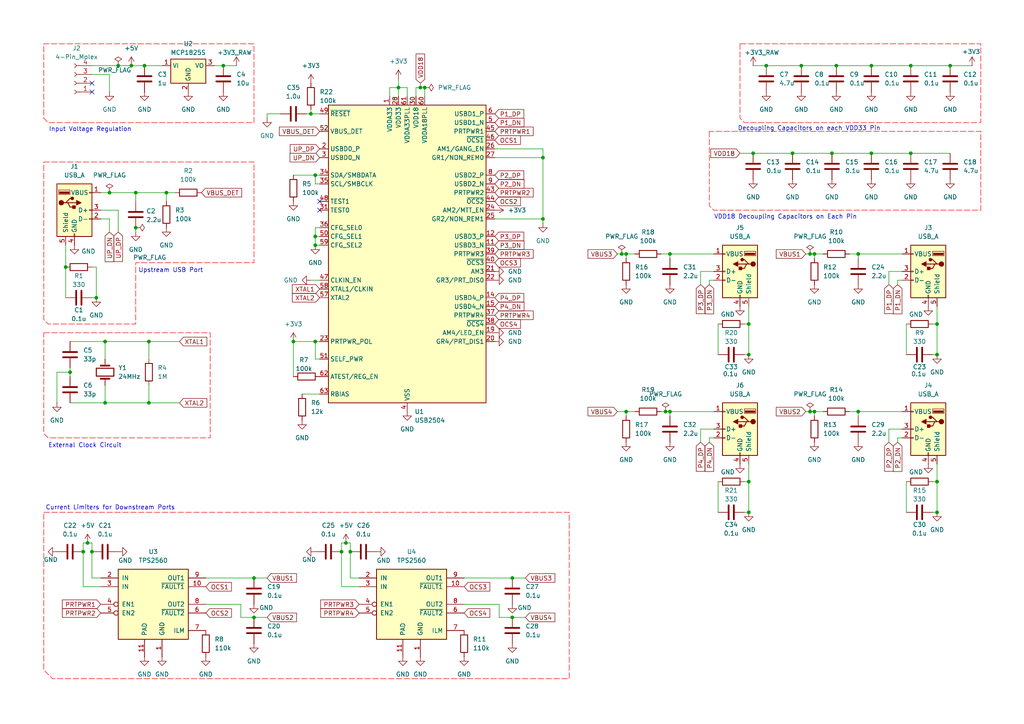
<source format=kicad_sch>
(kicad_sch (version 20250114) (generator "eeschema") (generator_version "9.0")
  (paper "A4")
  (text "Input Voltage Regulation" (at 26.162 37.592 0) (effects (font (size 1.27 1.27))))
  (text "Decoupling Capacitors on each VDD33 Pin" (at 234.696 37.338 0) (effects (font (size 1.27 1.27))))
  (text "Upstream USB Port" (at 49.53 78.486 0) (effects (font (size 1.27 1.27))))
  (text "External Clock Circuit\n" (at 24.638 129.286 0) (effects (font (size 1.27 1.27))))
  (text "Current Limiters for Downstream Ports\n" (at 32.004 147.32 0) (effects (font (size 1.27 1.27))))
  (text "VDD18 Decoupling Capacitors on Each Pin\n" (at 227.838 62.992 0) (effects (font (size 1.27 1.27))))
  (junction (at 194.31 119.38))
  (junction (at 123.19 25.4))
  (junction (at 148.59 179.07))
  (junction (at 252.73 19.05))
  (junction (at 180.34 73.66))
  (junction (at 41.91 19.05))
  (junction (at 242.57 19.05))
  (junction (at 90.17 33.02))
  (junction (at 248.92 73.66))
  (junction (at 39.37 55.88))
  (junction (at 236.22 73.66))
  (junction (at 100.33 157.48))
  (junction (at 91.44 68.58))
  (junction (at 26.67 160.02))
  (junction (at 271.78 102.87))
  (junction (at 34.29 19.05))
  (junction (at 30.48 99.06))
  (junction (at 19.05 77.47))
  (junction (at 31.75 55.88))
  (junction (at 194.31 73.66))
  (junction (at 252.73 44.45))
  (junction (at 222.25 19.05))
  (junction (at 73.66 167.64))
  (junction (at 157.48 45.72))
  (junction (at 38.1 19.05))
  (junction (at 64.77 19.05))
  (junction (at 39.37 66.04))
  (junction (at 181.61 73.66))
  (junction (at 217.17 139.7))
  (junction (at 264.16 19.05))
  (junction (at 20.32 107.95))
  (junction (at 91.44 71.12))
  (junction (at 232.41 19.05))
  (junction (at 229.87 44.45))
  (junction (at 30.48 116.84))
  (junction (at 271.78 93.98))
  (junction (at 91.44 99.06))
  (junction (at 236.22 119.38))
  (junction (at 234.95 73.66))
  (junction (at 91.44 50.8))
  (junction (at 48.26 55.88))
  (junction (at 25.4 157.48))
  (junction (at 24.13 160.02))
  (junction (at 73.66 179.07))
  (junction (at 43.18 116.84))
  (junction (at 101.6 160.02))
  (junction (at 181.61 119.38))
  (junction (at 157.48 63.5))
  (junction (at 121.92 25.4))
  (junction (at 217.17 102.87))
  (junction (at 234.95 119.38))
  (junction (at 275.59 19.05))
  (junction (at 27.94 86.36))
  (junction (at 115.57 25.4))
  (junction (at 264.16 44.45))
  (junction (at 43.18 99.06))
  (junction (at 218.44 44.45))
  (junction (at 248.92 119.38))
  (junction (at 99.06 160.02))
  (junction (at 85.09 99.06))
  (junction (at 271.78 139.7))
  (junction (at 148.59 167.64))
  (junction (at 217.17 148.59))
  (junction (at 217.17 93.98))
  (junction (at 271.78 148.59))
  (junction (at 241.3 44.45))
  (junction (at 193.04 119.38))
  (no_connect (at 92.71 60.96))
  (no_connect (at 26.67 24.13))
  (no_connect (at 26.67 26.67))
  (no_connect (at 92.71 58.42))
  (wire (pts (xy 113.03 27.94) (xy 113.03 25.4)))
  (wire (pts (xy 25.4 157.48) (xy 26.67 157.48)))
  (wire (pts (xy 191.77 73.66) (xy 194.31 73.66)))
  (wire (pts (xy 181.61 73.66) (xy 181.61 74.93)))
  (wire (pts (xy 30.48 111.76) (xy 30.48 116.84)))
  (wire (pts (xy 91.44 68.58) (xy 91.44 71.12)))
  (wire (pts (xy 43.18 99.06) (xy 52.07 99.06)))
  (wire (pts (xy 181.61 73.66) (xy 184.15 73.66)))
  (wire (pts (xy 77.47 33.02) (xy 77.47 34.29)))
  (wire (pts (xy 34.29 19.05) (xy 38.1 19.05)))
  (wire (pts (xy 120.65 25.4) (xy 121.92 25.4)))
  (wire (pts (xy 16.51 107.95) (xy 16.51 116.84)))
  (wire (pts (xy 217.17 88.9) (xy 217.17 93.98)))
  (wire (pts (xy 41.91 19.05) (xy 46.99 19.05)))
  (wire (pts (xy 34.29 60.96) (xy 34.29 67.31)))
  (wire (pts (xy 260.35 81.28) (xy 260.35 82.55)))
  (wire (pts (xy 215.9 102.87) (xy 217.17 102.87)))
  (wire (pts (xy 264.16 19.05) (xy 275.59 19.05)))
  (wire (pts (xy 271.78 88.9) (xy 271.78 93.98)))
  (wire (pts (xy 88.9 33.02) (xy 90.17 33.02)))
  (wire (pts (xy 262.89 139.7) (xy 262.89 148.59)))
  (wire (pts (xy 24.13 160.02) (xy 24.13 170.18)))
  (wire (pts (xy 264.16 44.45) (xy 275.59 44.45)))
  (wire (pts (xy 194.31 119.38) (xy 207.01 119.38)))
  (wire (pts (xy 20.32 107.95) (xy 20.32 109.22)))
  (wire (pts (xy 31.75 63.5) (xy 29.21 63.5)))
  (wire (pts (xy 261.62 81.28) (xy 260.35 81.28)))
  (wire (pts (xy 118.11 25.4) (xy 118.11 27.94)))
  (wire (pts (xy 25.4 157.48) (xy 24.13 157.48)))
  (wire (pts (xy 271.78 134.62) (xy 271.78 139.7)))
  (wire (pts (xy 252.73 19.05) (xy 264.16 19.05)))
  (wire (pts (xy 275.59 19.05) (xy 281.94 19.05)))
  (wire (pts (xy 193.04 119.38) (xy 194.31 119.38)))
  (wire (pts (xy 248.92 119.38) (xy 261.62 119.38)))
  (wire (pts (xy 90.17 81.28) (xy 92.71 81.28)))
  (wire (pts (xy 207.01 78.74) (xy 203.2 78.74)))
  (wire (pts (xy 181.61 119.38) (xy 184.15 119.38)))
  (wire (pts (xy 261.62 127) (xy 260.35 127)))
  (wire (pts (xy 92.71 53.34) (xy 91.44 53.34)))
  (wire (pts (xy 43.18 99.06) (xy 43.18 104.14)))
  (wire (pts (xy 27.94 77.47) (xy 27.94 86.36)))
  (wire (pts (xy 91.44 50.8) (xy 91.44 53.34)))
  (wire (pts (xy 157.48 63.5) (xy 157.48 64.77)))
  (wire (pts (xy 99.06 160.02) (xy 99.06 170.18)))
  (wire (pts (xy 270.51 102.87) (xy 271.78 102.87)))
  (wire (pts (xy 19.05 71.12) (xy 19.05 77.47)))
  (wire (pts (xy 29.21 60.96) (xy 34.29 60.96)))
  (wire (pts (xy 252.73 44.45) (xy 264.16 44.45)))
  (wire (pts (xy 148.59 179.07) (xy 144.78 179.07)))
  (wire (pts (xy 91.44 99.06) (xy 91.44 104.14)))
  (wire (pts (xy 48.26 55.88) (xy 50.8 55.88)))
  (wire (pts (xy 179.07 73.66) (xy 180.34 73.66)))
  (wire (pts (xy 26.67 19.05) (xy 34.29 19.05)))
  (wire (pts (xy 123.19 25.4) (xy 123.19 27.94)))
  (wire (pts (xy 20.32 107.95) (xy 16.51 107.95)))
  (wire (pts (xy 121.92 25.4) (xy 123.19 25.4)))
  (wire (pts (xy 194.31 73.66) (xy 194.31 74.93)))
  (wire (pts (xy 179.07 119.38) (xy 181.61 119.38)))
  (wire (pts (xy 87.63 114.3) (xy 92.71 114.3)))
  (wire (pts (xy 26.67 77.47) (xy 27.94 77.47)))
  (wire (pts (xy 181.61 119.38) (xy 181.61 120.65)))
  (wire (pts (xy 64.77 19.05) (xy 68.58 19.05)))
  (wire (pts (xy 248.92 73.66) (xy 248.92 74.93)))
  (wire (pts (xy 233.68 73.66) (xy 234.95 73.66)))
  (wire (pts (xy 91.44 71.12) (xy 92.71 71.12)))
  (wire (pts (xy 39.37 58.42) (xy 39.37 55.88)))
  (wire (pts (xy 38.1 19.05) (xy 41.91 19.05)))
  (wire (pts (xy 24.13 157.48) (xy 24.13 160.02)))
  (wire (pts (xy 24.13 170.18) (xy 29.21 170.18)))
  (wire (pts (xy 232.41 19.05) (xy 242.57 19.05)))
  (wire (pts (xy 20.32 116.84) (xy 30.48 116.84)))
  (wire (pts (xy 31.75 21.59) (xy 26.67 21.59)))
  (wire (pts (xy 43.18 111.76) (xy 43.18 116.84)))
  (wire (pts (xy 62.23 19.05) (xy 64.77 19.05)))
  (wire (pts (xy 91.44 68.58) (xy 92.71 68.58)))
  (wire (pts (xy 59.69 175.26) (xy 69.85 175.26)))
  (wire (pts (xy 69.85 179.07) (xy 69.85 175.26)))
  (wire (pts (xy 31.75 63.5) (xy 31.75 67.31)))
  (wire (pts (xy 208.28 139.7) (xy 208.28 148.59)))
  (wire (pts (xy 148.59 167.64) (xy 152.4 167.64)))
  (wire (pts (xy 257.81 78.74) (xy 257.81 82.55)))
  (wire (pts (xy 260.35 127) (xy 260.35 128.27)))
  (wire (pts (xy 157.48 45.72) (xy 157.48 63.5)))
  (wire (pts (xy 101.6 157.48) (xy 101.6 160.02)))
  (wire (pts (xy 208.28 93.98) (xy 208.28 102.87)))
  (wire (pts (xy 218.44 44.45) (xy 229.87 44.45)))
  (wire (pts (xy 29.21 55.88) (xy 31.75 55.88)))
  (wire (pts (xy 143.51 43.18) (xy 157.48 43.18)))
  (wire (pts (xy 39.37 55.88) (xy 48.26 55.88)))
  (wire (pts (xy 134.62 167.64) (xy 148.59 167.64)))
  (wire (pts (xy 143.51 63.5) (xy 157.48 63.5)))
  (wire (pts (xy 20.32 99.06) (xy 30.48 99.06)))
  (wire (pts (xy 30.48 99.06) (xy 30.48 104.14)))
  (wire (pts (xy 100.33 157.48) (xy 99.06 157.48)))
  (wire (pts (xy 31.75 26.67) (xy 31.75 21.59)))
  (wire (pts (xy 248.92 73.66) (xy 261.62 73.66)))
  (wire (pts (xy 91.44 66.04) (xy 91.44 68.58)))
  (wire (pts (xy 26.67 160.02) (xy 26.67 167.64)))
  (wire (pts (xy 43.18 116.84) (xy 52.07 116.84)))
  (wire (pts (xy 215.9 148.59) (xy 217.17 148.59)))
  (wire (pts (xy 19.05 77.47) (xy 19.05 86.36)))
  (wire (pts (xy 92.71 104.14) (xy 91.44 104.14)))
  (wire (pts (xy 218.44 19.05) (xy 222.25 19.05)))
  (wire (pts (xy 100.33 157.48) (xy 101.6 157.48)))
  (wire (pts (xy 262.89 93.98) (xy 262.89 102.87)))
  (wire (pts (xy 104.14 167.64) (xy 101.6 167.64)))
  (wire (pts (xy 48.26 58.42) (xy 48.26 55.88)))
  (wire (pts (xy 101.6 160.02) (xy 101.6 167.64)))
  (wire (pts (xy 143.51 45.72) (xy 157.48 45.72)))
  (wire (pts (xy 85.09 99.06) (xy 91.44 99.06)))
  (wire (pts (xy 20.32 106.68) (xy 20.32 107.95)))
  (wire (pts (xy 144.78 179.07) (xy 144.78 175.26)))
  (wire (pts (xy 270.51 148.59) (xy 271.78 148.59)))
  (wire (pts (xy 91.44 50.8) (xy 92.71 50.8)))
  (wire (pts (xy 234.95 119.38) (xy 236.22 119.38)))
  (wire (pts (xy 134.62 175.26) (xy 144.78 175.26)))
  (wire (pts (xy 271.78 139.7) (xy 271.78 148.59)))
  (wire (pts (xy 236.22 73.66) (xy 238.76 73.66)))
  (wire (pts (xy 205.74 127) (xy 205.74 128.27)))
  (wire (pts (xy 229.87 44.45) (xy 241.3 44.45)))
  (wire (pts (xy 113.03 25.4) (xy 115.57 25.4)))
  (wire (pts (xy 73.66 179.07) (xy 69.85 179.07)))
  (wire (pts (xy 257.81 124.46) (xy 257.81 128.27)))
  (wire (pts (xy 115.57 22.86) (xy 115.57 25.4)))
  (wire (pts (xy 241.3 44.45) (xy 252.73 44.45)))
  (wire (pts (xy 31.75 55.88) (xy 39.37 55.88)))
  (wire (pts (xy 115.57 25.4) (xy 115.57 27.94)))
  (wire (pts (xy 30.48 99.06) (xy 43.18 99.06)))
  (wire (pts (xy 85.09 99.06) (xy 85.09 109.22)))
  (wire (pts (xy 203.2 124.46) (xy 203.2 128.27)))
  (wire (pts (xy 214.63 44.45) (xy 218.44 44.45)))
  (wire (pts (xy 215.9 93.98) (xy 217.17 93.98)))
  (wire (pts (xy 99.06 170.18) (xy 104.14 170.18)))
  (wire (pts (xy 39.37 67.31) (xy 39.37 66.04)))
  (wire (pts (xy 215.9 139.7) (xy 217.17 139.7)))
  (wire (pts (xy 59.69 167.64) (xy 73.66 167.64)))
  (wire (pts (xy 207.01 127) (xy 205.74 127)))
  (wire (pts (xy 26.67 86.36) (xy 27.94 86.36)))
  (wire (pts (xy 222.25 19.05) (xy 232.41 19.05)))
  (wire (pts (xy 90.17 31.75) (xy 90.17 33.02)))
  (wire (pts (xy 217.17 134.62) (xy 217.17 139.7)))
  (wire (pts (xy 236.22 119.38) (xy 236.22 120.65)))
  (wire (pts (xy 217.17 139.7) (xy 217.17 148.59)))
  (wire (pts (xy 26.67 157.48) (xy 26.67 160.02)))
  (wire (pts (xy 261.62 78.74) (xy 257.81 78.74)))
  (wire (pts (xy 121.92 24.13) (xy 121.92 25.4)))
  (wire (pts (xy 85.09 50.8) (xy 91.44 50.8)))
  (wire (pts (xy 207.01 81.28) (xy 205.74 81.28)))
  (wire (pts (xy 205.74 81.28) (xy 205.74 82.55)))
  (wire (pts (xy 233.68 119.38) (xy 234.95 119.38)))
  (wire (pts (xy 207.01 124.46) (xy 203.2 124.46)))
  (wire (pts (xy 236.22 119.38) (xy 238.76 119.38)))
  (wire (pts (xy 246.38 73.66) (xy 248.92 73.66)))
  (wire (pts (xy 73.66 179.07) (xy 77.47 179.07)))
  (wire (pts (xy 236.22 73.66) (xy 236.22 74.93)))
  (wire (pts (xy 99.06 157.48) (xy 99.06 160.02)))
  (wire (pts (xy 246.38 119.38) (xy 248.92 119.38)))
  (wire (pts (xy 270.51 139.7) (xy 271.78 139.7)))
  (wire (pts (xy 242.57 19.05) (xy 252.73 19.05)))
  (wire (pts (xy 157.48 43.18) (xy 157.48 45.72)))
  (wire (pts (xy 217.17 93.98) (xy 217.17 102.87)))
  (wire (pts (xy 30.48 116.84) (xy 43.18 116.84)))
  (wire (pts (xy 194.31 119.38) (xy 194.31 120.65)))
  (wire (pts (xy 120.65 27.94) (xy 120.65 25.4)))
  (wire (pts (xy 234.95 73.66) (xy 236.22 73.66)))
  (wire (pts (xy 148.59 179.07) (xy 152.4 179.07)))
  (wire (pts (xy 91.44 99.06) (xy 92.71 99.06)))
  (wire (pts (xy 29.21 167.64) (xy 26.67 167.64)))
  (wire (pts (xy 81.28 33.02) (xy 77.47 33.02)))
  (wire (pts (xy 270.51 93.98) (xy 271.78 93.98)))
  (wire (pts (xy 271.78 93.98) (xy 271.78 102.87)))
  (wire (pts (xy 180.34 73.66) (xy 181.61 73.66)))
  (wire (pts (xy 203.2 78.74) (xy 203.2 82.55)))
  (wire (pts (xy 248.92 119.38) (xy 248.92 120.65)))
  (wire (pts (xy 194.31 73.66) (xy 207.01 73.66)))
  (wire (pts (xy 92.71 66.04) (xy 91.44 66.04)))
  (wire (pts (xy 191.77 119.38) (xy 193.04 119.38)))
  (wire (pts (xy 73.66 167.64) (xy 77.47 167.64)))
  (wire (pts (xy 90.17 33.02) (xy 92.71 33.02)))
  (wire (pts (xy 115.57 25.4) (xy 118.11 25.4)))
  (wire (pts (xy 261.62 124.46) (xy 257.81 124.46)))
  (global_label "VBUS3" (shape input) (at 179.07 73.66 180) (property "Intersheetrefs" "${INTERSHEET_REFS}" (effects (hide yes))))
  (global_label "P4_DP" (shape input) (at 203.2 128.27 270) (property "Intersheetrefs" "${INTERSHEET_REFS}" (effects (hide yes))))
  (global_label "VBUS_DET" (shape input) (at 58.42 55.88 0) (property "Intersheetrefs" "${INTERSHEET_REFS}" (effects (hide yes))))
  (global_label "PRTPWR4" (shape input) (at 104.14 177.8 180) (property "Intersheetrefs" "${INTERSHEET_REFS}" (effects (hide yes))))
  (global_label "PRTPWR2" (shape input) (at 29.21 177.8 180) (property "Intersheetrefs" "${INTERSHEET_REFS}" (effects (hide yes))))
  (global_label "P4_DN" (shape input) (at 205.74 128.27 270) (property "Intersheetrefs" "${INTERSHEET_REFS}" (effects (hide yes))))
  (global_label "P3_DP" (shape input) (at 203.2 82.55 270) (property "Intersheetrefs" "${INTERSHEET_REFS}" (effects (hide yes))))
  (global_label "OCS3" (shape input) (at 134.62 170.18 0) (property "Intersheetrefs" "${INTERSHEET_REFS}" (effects (hide yes))))
  (global_label "VDD18" (shape input) (at 214.63 44.45 180) (property "Intersheetrefs" "${INTERSHEET_REFS}" (effects (hide yes))))
  (global_label "VBUS4" (shape input) (at 152.4 179.07 0) (property "Intersheetrefs" "${INTERSHEET_REFS}" (effects (hide yes))))
  (global_label "XTAL1" (shape input) (at 92.71 83.82 180) (property "Intersheetrefs" "${INTERSHEET_REFS}" (effects (hide yes))))
  (global_label "VBUS_DET" (shape input) (at 92.71 38.1 180) (property "Intersheetrefs" "${INTERSHEET_REFS}" (effects (hide yes))))
  (global_label "P2_DN" (shape input) (at 143.51 53.34 0) (property "Intersheetrefs" "${INTERSHEET_REFS}" (effects (hide yes))))
  (global_label "VBUS2" (shape input) (at 233.68 119.38 180) (property "Intersheetrefs" "${INTERSHEET_REFS}" (effects (hide yes))))
  (global_label "P2_DP" (shape input) (at 257.81 128.27 270) (property "Intersheetrefs" "${INTERSHEET_REFS}" (effects (hide yes))))
  (global_label "VBUS1" (shape input) (at 233.68 73.66 180) (property "Intersheetrefs" "${INTERSHEET_REFS}" (effects (hide yes))))
  (global_label "UP_DP" (shape input) (at 92.71 43.18 180) (property "Intersheetrefs" "${INTERSHEET_REFS}" (effects (hide yes))))
  (global_label "XTAL2" (shape input) (at 92.71 86.36 180) (property "Intersheetrefs" "${INTERSHEET_REFS}" (effects (hide yes))))
  (global_label "P1_DP" (shape input) (at 143.51 33.02 0) (property "Intersheetrefs" "${INTERSHEET_REFS}" (effects (hide yes))))
  (global_label "OCS2" (shape input) (at 59.69 177.8 0) (property "Intersheetrefs" "${INTERSHEET_REFS}" (effects (hide yes))))
  (global_label "OCS2" (shape input) (at 143.51 58.42 0) (property "Intersheetrefs" "${INTERSHEET_REFS}" (effects (hide yes))))
  (global_label "OCS1" (shape input) (at 143.51 40.64 0) (property "Intersheetrefs" "${INTERSHEET_REFS}" (effects (hide yes))))
  (global_label "UP_DP" (shape input) (at 34.29 67.31 270) (property "Intersheetrefs" "${INTERSHEET_REFS}" (effects (hide yes))))
  (global_label "PRTPWR4" (shape input) (at 143.51 91.44 0) (property "Intersheetrefs" "${INTERSHEET_REFS}" (effects (hide yes))))
  (global_label "VBUS1" (shape input) (at 77.47 167.64 0) (property "Intersheetrefs" "${INTERSHEET_REFS}" (effects (hide yes))))
  (global_label "OCS1" (shape input) (at 59.69 170.18 0) (property "Intersheetrefs" "${INTERSHEET_REFS}" (effects (hide yes))))
  (global_label "VBUS3" (shape input) (at 152.4 167.64 0) (property "Intersheetrefs" "${INTERSHEET_REFS}" (effects (hide yes))))
  (global_label "UP_DN" (shape input) (at 31.75 67.31 270) (property "Intersheetrefs" "${INTERSHEET_REFS}" (effects (hide yes))))
  (global_label "PRTPWR2" (shape input) (at 143.51 55.88 0) (property "Intersheetrefs" "${INTERSHEET_REFS}" (effects (hide yes))))
  (global_label "P3_DP" (shape input) (at 143.51 68.58 0) (property "Intersheetrefs" "${INTERSHEET_REFS}" (effects (hide yes))))
  (global_label "P4_DN" (shape input) (at 143.51 88.9 0) (property "Intersheetrefs" "${INTERSHEET_REFS}" (effects (hide yes))))
  (global_label "P1_DN" (shape input) (at 260.35 82.55 270) (property "Intersheetrefs" "${INTERSHEET_REFS}" (effects (hide yes))))
  (global_label "PRTPWR3" (shape input) (at 104.14 175.26 180) (property "Intersheetrefs" "${INTERSHEET_REFS}" (effects (hide yes))))
  (global_label "PRTPWR1" (shape input) (at 143.51 38.1 0) (property "Intersheetrefs" "${INTERSHEET_REFS}" (effects (hide yes))))
  (global_label "UP_DN" (shape input) (at 92.71 45.72 180) (property "Intersheetrefs" "${INTERSHEET_REFS}" (effects (hide yes))))
  (global_label "PRTPWR3" (shape input) (at 143.51 73.66 0) (property "Intersheetrefs" "${INTERSHEET_REFS}" (effects (hide yes))))
  (global_label "PRTPWR1" (shape input) (at 29.21 175.26 180) (property "Intersheetrefs" "${INTERSHEET_REFS}" (effects (hide yes))))
  (global_label "P1_DP" (shape input) (at 257.81 82.55 270) (property "Intersheetrefs" "${INTERSHEET_REFS}" (effects (hide yes))))
  (global_label "P4_DP" (shape input) (at 143.51 86.36 0) (property "Intersheetrefs" "${INTERSHEET_REFS}" (effects (hide yes))))
  (global_label "P3_DN" (shape input) (at 143.51 71.12 0) (property "Intersheetrefs" "${INTERSHEET_REFS}" (effects (hide yes))))
  (global_label "OCS3" (shape input) (at 143.51 76.2 0) (property "Intersheetrefs" "${INTERSHEET_REFS}" (effects (hide yes))))
  (global_label "P3_DN" (shape input) (at 205.74 82.55 270) (property "Intersheetrefs" "${INTERSHEET_REFS}" (effects (hide yes))))
  (global_label "P2_DP" (shape input) (at 143.51 50.8 0) (property "Intersheetrefs" "${INTERSHEET_REFS}" (effects (hide yes))))
  (global_label "P2_DN" (shape input) (at 260.35 128.27 270) (property "Intersheetrefs" "${INTERSHEET_REFS}" (effects (hide yes))))
  (global_label "OCS4" (shape input) (at 143.51 93.98 0) (property "Intersheetrefs" "${INTERSHEET_REFS}" (effects (hide yes))))
  (global_label "XTAL1" (shape input) (at 52.07 99.06 0) (property "Intersheetrefs" "${INTERSHEET_REFS}" (effects (hide yes))))
  (global_label "OCS4" (shape input) (at 134.62 177.8 0) (property "Intersheetrefs" "${INTERSHEET_REFS}" (effects (hide yes))))
  (global_label "VDD18" (shape input) (at 121.92 24.13 90) (property "Intersheetrefs" "${INTERSHEET_REFS}" (effects (hide yes))))
  (global_label "VBUS2" (shape input) (at 77.47 179.07 0) (property "Intersheetrefs" "${INTERSHEET_REFS}" (effects (hide yes))))
  (global_label "VBUS4" (shape input) (at 179.07 119.38 180) (property "Intersheetrefs" "${INTERSHEET_REFS}" (effects (hide yes))))
  (global_label "P1_DN" (shape input) (at 143.51 35.56 0) (property "Intersheetrefs" "${INTERSHEET_REFS}" (effects (hide yes))))
  (global_label "XTAL2" (shape input) (at 52.07 116.84 0) (property "Intersheetrefs" "${INTERSHEET_REFS}" (effects (hide yes))))
  (rule_area (polyline (pts (xy 12.7 46.99) (xy 73.66 46.99) (xy 73.66 76.2) (xy 39.37 76.2) (xy 39.37 93.98) (xy 13.97 93.98) (xy 12.7 92.71)) (stroke (width 0) (type dash))))
  (rule_area (polyline (pts (xy 12.7 148.59) (xy 165.1 148.59) (xy 165.1 196.85) (xy 15.24 196.85) (xy 12.7 194.31)) (stroke (width 0) (type dash))))
  (rule_area (polyline (pts (xy 12.7 96.52) (xy 60.96 96.52) (xy 60.96 127) (xy 13.97 127) (xy 12.7 125.73)) (stroke (width 0) (type dash))))
  (rule_area (polyline (pts (xy 214.63 12.7) (xy 214.63 34.29) (xy 215.9 35.56) (xy 284.48 35.56) (xy 284.48 12.7)) (stroke (width 0) (type dash))))
  (rule_area (polyline (pts (xy 205.74 38.1) (xy 205.74 59.69) (xy 207.01 60.96) (xy 284.48 60.96) (xy 284.48 38.1)) (stroke (width 0) (type dash))))
  (rule_area (polyline (pts (xy 73.66 12.7) (xy 12.7 12.7) (xy 12.7 34.29) (xy 13.97 35.56) (xy 73.66 35.56)) (stroke (width 0) (type dash))))
  (symbol (lib_id "Device:C") (at 248.92 124.46 0) (unit 1)
    (property "Reference" "C29" (at 252.73 123.1899 0) (effects (justify left)))
    (property "Value" "2.2u" (at 252.73 125.7299 0) (effects (justify left)))
    (property "Footprint" "Resistor_SMD:R_0805_2012Metric_Pad1.20x1.40mm_HandSolder" (effects (hide yes)))
    (property "Description" "Unpolarized capacitor" (effects (hide yes)))
  )
  (symbol (lib_id "Device:C") (at 20.32 102.87 0) (unit 1)
    (property "Reference" "C5" (at 24.13 101.5999 0) (effects (justify left)))
    (property "Value" "33p" (at 24.13 104.1399 0) (effects (justify left)))
    (property "Footprint" "Resistor_SMD:R_0805_2012Metric_Pad1.20x1.40mm_HandSolder" (effects (hide yes)))
    (property "Description" "Unpolarized capacitor" (effects (hide yes)))
  )
  (symbol (lib_id "power:GND") (at 269.24 134.62 0) (unit 1)
    (property "Reference" "#PWR055" (effects (hide yes)))
    (property "Value" "GND" (at 265.684 136.906 0))
    (property "Description" "Power symbol creates a global label with name \"GND\" , ground" (effects (hide yes)))
  )
  (symbol (lib_id "power:GND") (at 143.51 78.74 90) (unit 1)
    (property "Reference" "#PWR069" (effects (hide yes)))
    (property "Value" "GND" (at 147.32 78.7399 90) (effects (justify right)))
    (property "Description" "Power symbol creates a global label with name \"GND\" , ground" (effects (hide yes)))
  )
  (symbol (lib_id "power:GND") (at 91.44 160.02 270) (unit 1)
    (property "Reference" "#PWR045" (effects (hide yes)))
    (property "Value" "GND" (at 91.694 162.306 90) (effects (justify right)))
    (property "Description" "Power symbol creates a global label with name \"GND\" , ground" (effects (hide yes)))
  )
  (symbol (lib_id "power:GND") (at 275.59 26.67 0) (unit 1)
    (property "Reference" "#PWR023" (effects (hide yes)))
    (property "Value" "GND" (at 275.59 31.75 0))
    (property "Description" "Power symbol creates a global label with name \"GND\" , ground" (effects (hide yes)))
  )
  (symbol (lib_id "Device:C") (at 194.31 78.74 0) (unit 1)
    (property "Reference" "C31" (at 198.12 77.4699 0) (effects (justify left)))
    (property "Value" "2.2u" (at 198.12 80.0099 0) (effects (justify left)))
    (property "Footprint" "Resistor_SMD:R_0805_2012Metric_Pad1.20x1.40mm_HandSolder" (effects (hide yes)))
    (property "Description" "Unpolarized capacitor" (effects (hide yes)))
  )
  (symbol (lib_id "power:GND") (at 73.66 186.69 0) (unit 1)
    (property "Reference" "#PWR034" (effects (hide yes)))
    (property "Value" "GND" (at 73.66 191.77 0))
    (property "Description" "Power symbol creates a global label with name \"GND\" , ground" (effects (hide yes)))
  )
  (symbol (lib_id "power:GND") (at 46.99 190.5 0) (unit 1)
    (property "Reference" "#PWR035" (effects (hide yes)))
    (property "Value" "GND" (at 46.99 195.58 0))
    (property "Description" "Power symbol creates a global label with name \"GND\" , ground" (effects (hide yes)))
  )
  (symbol (lib_id "power:+5V") (at 100.33 157.48 0) (unit 1)
    (property "Reference" "#PWR046" (effects (hide yes)))
    (property "Value" "+5V" (at 100.33 152.4 0))
    (property "Description" "Power symbol creates a global label with name \"+5V\"" (effects (hide yes)))
  )
  (symbol (lib_id "Device:R") (at 236.22 78.74 180) (unit 1)
    (property "Reference" "R12" (at 238.76 77.4699 0) (effects (justify right)))
    (property "Value" "100k" (at 238.76 80.0099 0) (effects (justify right)))
    (property "Footprint" "Resistor_SMD:R_0805_2012Metric_Pad1.20x1.40mm_HandSolder" (effects (hide yes)))
    (property "Description" "Resistor" (effects (hide yes)))
  )
  (symbol (lib_id "Device:C") (at 20.32 160.02 90) (unit 1)
    (property "Reference" "C22" (at 20.32 152.4 90))
    (property "Value" "0.1u" (at 20.32 154.94 90))
    (property "Footprint" "Resistor_SMD:R_0805_2012Metric_Pad1.20x1.40mm_HandSolder" (effects (hide yes)))
    (property "Description" "Unpolarized capacitor" (effects (hide yes)))
  )
  (symbol (lib_id "power:GND") (at 252.73 26.67 0) (unit 1)
    (property "Reference" "#PWR019" (effects (hide yes)))
    (property "Value" "GND" (at 252.73 31.75 0))
    (property "Description" "Power symbol creates a global label with name \"GND\" , ground" (effects (hide yes)))
  )
  (symbol (lib_id "power:GND") (at 85.09 58.42 0) (unit 1)
    (property "Reference" "#PWR014" (effects (hide yes)))
    (property "Value" "GND" (at 85.09 63.5 0))
    (property "Description" "Power symbol creates a global label with name \"GND\" , ground" (effects (hide yes)))
  )
  (symbol (lib_id "Device:C") (at 105.41 160.02 90) (unit 1)
    (property "Reference" "C26" (at 105.41 152.4 90))
    (property "Value" "0.1u" (at 105.41 154.94 90))
    (property "Footprint" "Resistor_SMD:R_0805_2012Metric_Pad1.20x1.40mm_HandSolder" (effects (hide yes)))
    (property "Description" "Unpolarized capacitor" (effects (hide yes)))
  )
  (symbol (lib_id "Device:R") (at 181.61 78.74 180) (unit 1)
    (property "Reference" "R16" (at 184.15 77.4699 0) (effects (justify right)))
    (property "Value" "100k" (at 184.15 80.0099 0) (effects (justify right)))
    (property "Footprint" "Resistor_SMD:R_0805_2012Metric_Pad1.20x1.40mm_HandSolder" (effects (hide yes)))
    (property "Description" "Resistor" (effects (hide yes)))
  )
  (symbol (lib_id "power:GND") (at 275.59 52.07 0) (unit 1)
    (property "Reference" "#PWR031" (effects (hide yes)))
    (property "Value" "GND" (at 275.59 57.15 0))
    (property "Description" "Power symbol creates a global label with name \"GND\" , ground" (effects (hide yes)))
  )
  (symbol (lib_id "Interface_USB:TPS2560") (at 119.38 175.26 0) (unit 1)
    (property "Reference" "U4" (at 119.38 160.02 0))
    (property "Value" "TPS2560" (at 119.38 162.56 0))
    (property "Footprint" "Package_SON:VSON-10-1EP_3x3mm_P0.5mm_EP1.65x2.4mm_ThermalVias" (effects (hide yes)))
    (property "Datasheet" "http://www.ti.com/lit/ds/symlink/tps2560.pdf" (effects (hide yes)))
    (property "Description" "Dual channel precision adjustable current-limited power switches" (effects (hide yes)))
  )
  (symbol (lib_id "Device:C") (at 212.09 148.59 90) (unit 1)
    (property "Reference" "C34" (at 212.09 152.146 90))
    (property "Value" "0.1u" (at 212.09 154.686 90))
    (property "Footprint" "Resistor_SMD:R_0805_2012Metric_Pad1.20x1.40mm_HandSolder" (effects (hide yes)))
    (property "Description" "Unpolarized capacitor" (effects (hide yes)))
  )
  (symbol (lib_id "power:GND") (at 218.44 52.07 0) (unit 1)
    (property "Reference" "#PWR025" (effects (hide yes)))
    (property "Value" "GND" (at 218.44 57.15 0))
    (property "Description" "Power symbol creates a global label with name \"GND\" , ground" (effects (hide yes)))
  )
  (symbol (lib_id "Device:R") (at 242.57 73.66 90) (unit 1)
    (property "Reference" "R10" (at 242.57 67.31 90))
    (property "Value" "100k" (at 242.57 69.85 90))
    (property "Footprint" "Resistor_SMD:R_0805_2012Metric_Pad1.20x1.40mm_HandSolder" (effects (hide yes)))
    (property "Description" "Resistor" (effects (hide yes)))
  )
  (symbol (lib_id "Device:R") (at 87.63 118.11 0) (unit 1)
    (property "Reference" "R6" (at 90.17 116.8399 0) (effects (justify left)))
    (property "Value" "12k" (at 90.17 119.3799 0) (effects (justify left)))
    (property "Footprint" "Resistor_SMD:R_0805_2012Metric_Pad1.20x1.40mm_HandSolder" (effects (hide yes)))
    (property "Description" "Resistor" (effects (hide yes)))
  )
  (symbol (lib_id "power:GND") (at 134.62 190.5 0) (unit 1)
    (property "Reference" "#PWR050" (effects (hide yes)))
    (property "Value" "GND" (at 134.62 195.58 0))
    (property "Description" "Power symbol creates a global label with name \"GND\" , ground" (effects (hide yes)))
  )
  (symbol (lib_id "Device:R") (at 181.61 124.46 180) (unit 1)
    (property "Reference" "R17" (at 184.15 123.1899 0) (effects (justify right)))
    (property "Value" "100k" (at 184.15 125.7299 0) (effects (justify right)))
    (property "Footprint" "Resistor_SMD:R_0805_2012Metric_Pad1.20x1.40mm_HandSolder" (effects (hide yes)))
    (property "Description" "Resistor" (effects (hide yes)))
  )
  (symbol (lib_id "Device:R") (at 54.61 55.88 90) (unit 1)
    (property "Reference" "R2" (at 54.61 49.53 90))
    (property "Value" "100k" (at 54.61 52.07 90))
    (property "Footprint" "Resistor_SMD:R_0805_2012Metric_Pad1.20x1.40mm_HandSolder" (effects (hide yes)))
    (property "Description" "Resistor" (effects (hide yes)))
  )
  (symbol (lib_id "Device:R") (at 22.86 77.47 90) (unit 1)
    (property "Reference" "R1" (at 22.86 80.01 90))
    (property "Value" "330" (at 22.86 82.55 90))
    (property "Footprint" "Resistor_SMD:R_0805_2012Metric_Pad1.20x1.40mm_HandSolder" (effects (hide yes)))
    (property "Description" "Resistor" (effects (hide yes)))
  )
  (symbol (lib_id "Connector:USB_A") (at 269.24 124.46 0) (mirror y) (unit 1)
    (property "Reference" "J4" (at 269.24 111.76 0))
    (property "Value" "USB_A" (at 269.24 114.3 0))
    (property "Footprint" "Connector_USB:USB_A_Receptacle_GCT_USB1046" (effects (hide yes)))
    (property "Description" "USB Type A connector" (effects (hide yes)))
  )
  (symbol (lib_id "power:PWR_FLAG") (at 234.95 119.38 0) (unit 1)
    (property "Reference" "#FLG07" (effects (hide yes)))
    (property "Value" "PWR_FLAG" (at 234.95 114.3 0))
    (property "Description" "Special symbol for telling ERC where power comes from" (effects (hide yes)))
  )
  (symbol (lib_id "Device:C") (at 20.32 113.03 0) (unit 1)
    (property "Reference" "C6" (at 24.13 111.7599 0) (effects (justify left)))
    (property "Value" "33p" (at 24.13 114.2999 0) (effects (justify left)))
    (property "Footprint" "Resistor_SMD:R_0805_2012Metric_Pad1.20x1.40mm_HandSolder" (effects (hide yes)))
    (property "Description" "Unpolarized capacitor" (effects (hide yes)))
  )
  (symbol (lib_id "Device:C") (at 248.92 78.74 0) (unit 1)
    (property "Reference" "C24" (at 252.73 77.4699 0) (effects (justify left)))
    (property "Value" "2.2u" (at 252.73 80.0099 0) (effects (justify left)))
    (property "Footprint" "Resistor_SMD:R_0805_2012Metric_Pad1.20x1.40mm_HandSolder" (effects (hide yes)))
    (property "Description" "Unpolarized capacitor" (effects (hide yes)))
  )
  (symbol (lib_id "power:PWR_FLAG") (at 123.19 25.4 270) (unit 1)
    (property "Reference" "#FLG05" (effects (hide yes)))
    (property "Value" "PWR_FLAG" (at 127 25.3999 90) (effects (justify left)))
    (property "Description" "Special symbol for telling ERC where power comes from" (effects (hide yes)))
  )
  (symbol (lib_id "Device:C") (at 73.66 171.45 0) (unit 1)
    (property "Reference" "C19" (at 77.47 170.1799 0) (effects (justify left)))
    (property "Value" "0.1u" (at 77.47 172.7199 0) (effects (justify left)))
    (property "Footprint" "Resistor_SMD:R_0805_2012Metric_Pad1.20x1.40mm_HandSolder" (effects (hide yes)))
    (property "Description" "Unpolarized capacitor" (effects (hide yes)))
  )
  (symbol (lib_id "power:GND") (at 48.26 66.04 0) (unit 1)
    (property "Reference" "#PWR04" (effects (hide yes)))
    (property "Value" "GND" (at 48.26 71.12 0))
    (property "Description" "Power symbol creates a global label with name \"GND\" , ground" (effects (hide yes)))
  )
  (symbol (lib_id "power:GND") (at 232.41 26.67 0) (unit 1)
    (property "Reference" "#PWR017" (effects (hide yes)))
    (property "Value" "GND" (at 232.41 31.75 0))
    (property "Description" "Power symbol creates a global label with name \"GND\" , ground" (effects (hide yes)))
  )
  (symbol (lib_id "Device:R") (at 59.69 186.69 0) (unit 1)
    (property "Reference" "R8" (at 62.23 185.4199 0) (effects (justify left)))
    (property "Value" "110k" (at 62.23 187.9599 0) (effects (justify left)))
    (property "Footprint" "Resistor_SMD:R_0805_2012Metric_Pad1.20x1.40mm_HandSolder" (effects (hide yes)))
    (property "Description" "Resistor" (effects (hide yes)))
  )
  (symbol (lib_id "Device:C") (at 64.77 22.86 0) (unit 1)
    (property "Reference" "C4" (at 68.58 21.5899 0) (effects (justify left)))
    (property "Value" "10u" (at 68.58 24.1299 0) (effects (justify left)))
    (property "Footprint" "Resistor_SMD:R_0805_2012Metric_Pad1.20x1.40mm_HandSolder" (effects (hide yes)))
    (property "Description" "Unpolarized capacitor" (effects (hide yes)))
  )
  (symbol (lib_id "power:GND") (at 271.78 102.87 0) (unit 1)
    (property "Reference" "#PWR040" (effects (hide yes)))
    (property "Value" "GND" (at 271.78 107.95 0))
    (property "Description" "Power symbol creates a global label with name \"GND\" , ground" (effects (hide yes)))
  )
  (symbol (lib_id "power:GND") (at 59.69 190.5 0) (unit 1)
    (property "Reference" "#PWR037" (effects (hide yes)))
    (property "Value" "GND" (at 59.69 195.58 0))
    (property "Description" "Power symbol creates a global label with name \"GND\" , ground" (effects (hide yes)))
  )
  (symbol (lib_id "Connector:USB_A") (at 214.63 124.46 0) (mirror y) (unit 1)
    (property "Reference" "J6" (at 214.63 111.76 0))
    (property "Value" "USB_A" (at 214.63 114.3 0))
    (property "Footprint" "Connector_USB:USB_A_Receptacle_GCT_USB1046" (effects (hide yes)))
    (property "Description" "USB Type A connector" (effects (hide yes)))
  )
  (symbol (lib_id "power:+5V") (at 25.4 157.48 0) (unit 1)
    (property "Reference" "#PWR042" (effects (hide yes)))
    (property "Value" "+5V" (at 25.4 152.4 0))
    (property "Description" "Power symbol creates a global label with name \"+5V\"" (effects (hide yes)))
  )
  (symbol (lib_id "Device:C") (at 218.44 48.26 0) (unit 1)
    (property "Reference" "C13" (at 222.25 46.9899 0) (effects (justify left)))
    (property "Value" "0.1u" (at 222.25 49.5299 0) (effects (justify left)))
    (property "Footprint" "Resistor_SMD:R_0805_2012Metric_Pad1.20x1.40mm_HandSolder" (effects (hide yes)))
    (property "Description" "Unpolarized capacitor" (effects (hide yes)))
  )
  (symbol (lib_id "power:GND") (at 91.44 71.12 0) (unit 1)
    (property "Reference" "#PWR032" (effects (hide yes)))
    (property "Value" "GND" (at 91.44 76.2 0))
    (property "Description" "Power symbol creates a global label with name \"GND\" , ground" (effects (hide yes)))
  )
  (symbol (lib_id "power:GND") (at 269.24 88.9 0) (unit 1)
    (property "Reference" "#PWR041" (effects (hide yes)))
    (property "Value" "GND" (at 265.684 91.186 0))
    (property "Description" "Power symbol creates a global label with name \"GND\" , ground" (effects (hide yes)))
  )
  (symbol (lib_id "power:GND") (at 90.17 81.28 270) (unit 1)
    (property "Reference" "#PWR013" (effects (hide yes)))
    (property "Value" "GND" (at 86.36 81.2799 90) (effects (justify right)))
    (property "Description" "Power symbol creates a global label with name \"GND\" , ground" (effects (hide yes)))
  )
  (symbol (lib_id "power:GND") (at 121.92 190.5 0) (unit 1)
    (property "Reference" "#PWR049" (effects (hide yes)))
    (property "Value" "GND" (at 121.92 195.58 0))
    (property "Description" "Power symbol creates a global label with name \"GND\" , ground" (effects (hide yes)))
  )
  (symbol (lib_id "Device:C") (at 266.7 148.59 90) (unit 1)
    (property "Reference" "C30" (at 266.7 152.146 90))
    (property "Value" "0.1u" (at 266.7 154.686 90))
    (property "Footprint" "Resistor_SMD:R_0805_2012Metric_Pad1.20x1.40mm_HandSolder" (effects (hide yes)))
    (property "Description" "Unpolarized capacitor" (effects (hide yes)))
  )
  (symbol (lib_id "Regulator_Linear:MCP1825S") (at 54.61 19.05 0) (unit 1)
    (property "Reference" "U2" (at 54.61 12.7 0))
    (property "Value" "MCP1825S" (at 54.61 15.24 0))
    (property "Footprint" "Package_TO_SOT_SMD:SOT-223" (effects (hide yes)))
    (property "Datasheet" "http://ww1.microchip.com/downloads/en/devicedoc/22056b.pdf" (effects (hide yes)))
    (property "Description" "500mA, Low-Voltage, Low Quiescent Current LDO Regulator, SOT-223, TO-220, TO-263" (effects (hide yes)))
  )
  (symbol (lib_id "power:GND") (at 109.22 160.02 90) (unit 1)
    (property "Reference" "#PWR047" (effects (hide yes)))
    (property "Value" "GND" (at 109.22 162.56 90) (effects (justify right)))
    (property "Description" "Power symbol creates a global label with name \"GND\" , ground" (effects (hide yes)))
  )
  (symbol (lib_id "power:GND") (at 27.94 86.36 0) (unit 1)
    (property "Reference" "#PWR03" (effects (hide yes)))
    (property "Value" "GND" (at 27.94 91.44 0))
    (property "Description" "Power symbol creates a global label with name \"GND\" , ground" (effects (hide yes)))
  )
  (symbol (lib_id "power:GND") (at 194.31 128.27 0) (unit 1)
    (property "Reference" "#PWR060" (effects (hide yes)))
    (property "Value" "GND" (at 194.31 133.35 0))
    (property "Description" "Power symbol creates a global label with name \"GND\" , ground" (effects (hide yes)))
  )
  (symbol (lib_id "power:GND") (at 242.57 26.67 0) (unit 1)
    (property "Reference" "#PWR018" (effects (hide yes)))
    (property "Value" "GND" (at 242.57 31.75 0))
    (property "Description" "Power symbol creates a global label with name \"GND\" , ground" (effects (hide yes)))
  )
  (symbol (lib_id "Interface_USB:TPS2560") (at 44.45 175.26 0) (unit 1)
    (property "Reference" "U3" (at 44.45 160.02 0))
    (property "Value" "TPS2560" (at 44.45 162.56 0))
    (property "Footprint" "Package_SON:VSON-10-1EP_3x3mm_P0.5mm_EP1.65x2.4mm_ThermalVias" (effects (hide yes)))
    (property "Datasheet" "http://www.ti.com/lit/ds/symlink/tps2560.pdf" (effects (hide yes)))
    (property "Description" "Dual channel precision adjustable current-limited power switches" (effects (hide yes)))
  )
  (symbol (lib_id "power:+5V") (at 38.1 19.05 0) (unit 1)
    (property "Reference" "#PWR07" (effects (hide yes)))
    (property "Value" "+5V" (at 38.1 13.97 0))
    (property "Description" "Power symbol creates a global label with name \"+5V\"" (effects (hide yes)))
  )
  (symbol (lib_id "Device:R") (at 242.57 119.38 90) (unit 1)
    (property "Reference" "R14" (at 242.57 113.03 90))
    (property "Value" "100k" (at 242.57 115.57 90))
    (property "Footprint" "Resistor_SMD:R_0805_2012Metric_Pad1.20x1.40mm_HandSolder" (effects (hide yes)))
    (property "Description" "Resistor" (effects (hide yes)))
  )
  (symbol (lib_id "power:+3V3") (at 281.94 19.05 0) (unit 1)
    (property "Reference" "#PWR022" (effects (hide yes)))
    (property "Value" "+3V3" (at 281.686 14.986 0))
    (property "Description" "Power symbol creates a global label with name \"+3V3\"" (effects (hide yes)))
  )
  (symbol (lib_id "Device:C") (at 241.3 48.26 0) (unit 1)
    (property "Reference" "C15" (at 245.11 46.9899 0) (effects (justify left)))
    (property "Value" "0.1u" (at 245.11 49.5299 0) (effects (justify left)))
    (property "Footprint" "Resistor_SMD:R_0805_2012Metric_Pad1.20x1.40mm_HandSolder" (effects (hide yes)))
    (property "Description" "Unpolarized capacitor" (effects (hide yes)))
  )
  (symbol (lib_id "Device:C") (at 22.86 86.36 90) (unit 1)
    (property "Reference" "C1" (at 22.86 89.916 90))
    (property "Value" "0.1u" (at 22.86 92.456 90))
    (property "Footprint" "Resistor_SMD:R_0805_2012Metric_Pad1.20x1.40mm_HandSolder" (effects (hide yes)))
    (property "Description" "Unpolarized capacitor" (effects (hide yes)))
  )
  (symbol (lib_id "power:+3V3") (at 85.09 99.06 0) (unit 1)
    (property "Reference" "#PWR027" (effects (hide yes)))
    (property "Value" "+3V3" (at 85.09 93.98 0))
    (property "Description" "Power symbol creates a global label with name \"+3V3\"" (effects (hide yes)))
  )
  (symbol (lib_id "power:GND") (at 87.63 121.92 0) (unit 1)
    (property "Reference" "#PWR015" (effects (hide yes)))
    (property "Value" "GND" (at 87.63 127 0))
    (property "Description" "Power symbol creates a global label with name \"GND\" , ground" (effects (hide yes)))
  )
  (symbol (lib_id "Device:C") (at 85.09 33.02 90) (unit 1)
    (property "Reference" "C35" (at 85.09 25.4 90))
    (property "Value" "1.0u" (at 85.09 27.94 90))
    (property "Footprint" "Resistor_SMD:R_0805_2012Metric_Pad1.20x1.40mm_HandSolder" (effects (hide yes)))
    (property "Description" "Unpolarized capacitor" (effects (hide yes)))
  )
  (symbol (lib_id "power:GND") (at 214.63 88.9 0) (unit 1)
    (property "Reference" "#PWR061" (effects (hide yes)))
    (property "Value" "GND" (at 211.074 91.186 0))
    (property "Description" "Power symbol creates a global label with name \"GND\" , ground" (effects (hide yes)))
  )
  (symbol (lib_id "Device:C") (at 252.73 48.26 0) (unit 1)
    (property "Reference" "C16" (at 256.54 46.9899 0) (effects (justify left)))
    (property "Value" "0.1u" (at 256.54 49.5299 0) (effects (justify left)))
    (property "Footprint" "Resistor_SMD:R_0805_2012Metric_Pad1.20x1.40mm_HandSolder" (effects (hide yes)))
    (property "Description" "Unpolarized capacitor" (effects (hide yes)))
  )
  (symbol (lib_id "power:GND") (at 143.51 96.52 90) (unit 1)
    (property "Reference" "#PWR071" (effects (hide yes)))
    (property "Value" "GND" (at 147.32 96.5199 90) (effects (justify right)))
    (property "Description" "Power symbol creates a global label with name \"GND\" , ground" (effects (hide yes)))
  )
  (symbol (lib_id "Device:C") (at 266.7 102.87 90) (unit 1)
    (property "Reference" "C23" (at 266.7 106.426 90))
    (property "Value" "0.1u" (at 266.446 108.458 90))
    (property "Footprint" "Resistor_SMD:R_0805_2012Metric_Pad1.20x1.40mm_HandSolder" (effects (hide yes)))
    (property "Description" "Unpolarized capacitor" (effects (hide yes)))
  )
  (symbol (lib_id "power:GND") (at 16.51 160.02 270) (unit 1)
    (property "Reference" "#PWR039" (effects (hide yes)))
    (property "Value" "GND" (at 16.764 162.306 90) (effects (justify right)))
    (property "Description" "Power symbol creates a global label with name \"GND\" , ground" (effects (hide yes)))
  )
  (symbol (lib_id "power:+3V3") (at 90.17 24.13 0) (unit 1)
    (property "Reference" "#PWR066" (effects (hide yes)))
    (property "Value" "+3V3" (at 90.17 19.05 0))
    (property "Description" "Power symbol creates a global label with name \"+3V3\"" (effects (hide yes)))
  )
  (symbol (lib_id "Device:R") (at 212.09 139.7 90) (unit 1)
    (property "Reference" "R21" (at 212.09 142.24 90))
    (property "Value" "330" (at 212.09 144.78 90))
    (property "Footprint" "Resistor_SMD:R_0805_2012Metric_Pad1.20x1.40mm_HandSolder" (effects (hide yes)))
    (property "Description" "Resistor" (effects (hide yes)))
  )
  (symbol (lib_id "power:GND") (at 41.91 26.67 0) (unit 1)
    (property "Reference" "#PWR010" (effects (hide yes)))
    (property "Value" "GND" (at 41.91 31.75 0))
    (property "Description" "Power symbol creates a global label with name \"GND\" , ground" (effects (hide yes)))
  )
  (symbol (lib_id "power:GND") (at 116.84 190.5 0) (unit 1)
    (property "Reference" "#PWR048" (effects (hide yes)))
    (property "Value" "GND" (at 116.84 195.58 0))
    (property "Description" "Power symbol creates a global label with name \"GND\" , ground" (effects (hide yes)))
  )
  (symbol (lib_id "Device:C") (at 264.16 22.86 0) (unit 1)
    (property "Reference" "C11" (at 267.97 21.5899 0) (effects (justify left)))
    (property "Value" "0.1u" (at 267.97 24.1299 0) (effects (justify left)))
    (property "Footprint" "Resistor_SMD:R_0805_2012Metric_Pad1.20x1.40mm_HandSolder" (effects (hide yes)))
    (property "Description" "Unpolarized capacitor" (effects (hide yes)))
  )
  (symbol (lib_id "power:GND") (at 229.87 52.07 0) (unit 1)
    (property "Reference" "#PWR026" (effects (hide yes)))
    (property "Value" "GND" (at 229.87 57.15 0))
    (property "Description" "Power symbol creates a global label with name \"GND\" , ground" (effects (hide yes)))
  )
  (symbol (lib_id "power:+3V3") (at 68.58 19.05 0) (unit 1)
    (property "Reference" "#PWR08" (effects (hide yes)))
    (property "Value" "+3V3_RAW" (at 62.992 15.24 0) (effects (justify left)))
    (property "Description" "Power symbol creates a global label with name \"+3V3\"" (effects (hide yes)))
  )
  (symbol (lib_id "power:GND") (at 143.51 81.28 90) (unit 1)
    (property "Reference" "#PWR070" (effects (hide yes)))
    (property "Value" "GND" (at 147.32 81.2799 90) (effects (justify right)))
    (property "Description" "Power symbol creates a global label with name \"GND\" , ground" (effects (hide yes)))
  )
  (symbol (lib_id "power:GND") (at 181.61 128.27 0) (unit 1)
    (property "Reference" "#PWR058" (effects (hide yes)))
    (property "Value" "GND" (at 181.61 133.35 0))
    (property "Description" "Power symbol creates a global label with name \"GND\" , ground" (effects (hide yes)))
  )
  (symbol (lib_id "Device:R") (at 212.09 93.98 90) (unit 1)
    (property "Reference" "R20" (at 212.09 96.52 90))
    (property "Value" "330" (at 212.09 99.06 90))
    (property "Footprint" "Resistor_SMD:R_0805_2012Metric_Pad1.20x1.40mm_HandSolder" (effects (hide yes)))
    (property "Description" "Resistor" (effects (hide yes)))
  )
  (symbol (lib_id "Device:Crystal") (at 30.48 107.95 90) (unit 1)
    (property "Reference" "Y1" (at 34.29 106.6799 90) (effects (justify right)))
    (property "Value" "24MHz" (at 34.29 109.2199 90) (effects (justify right)))
    (property "Footprint" "Crystal:Crystal_SMD_2016-4Pin_2.0x1.6mm" (effects (hide yes)))
    (property "Description" "Two pin crystal" (effects (hide yes)))
  )
  (symbol (lib_id "power:GND") (at 54.61 26.67 0) (unit 1)
    (property "Reference" "#PWR09" (effects (hide yes)))
    (property "Value" "GND" (at 54.61 31.75 0))
    (property "Description" "Power symbol creates a global label with name \"GND\" , ground" (effects (hide yes)))
  )
  (symbol (lib_id "power:GND") (at 194.31 82.55 0) (unit 1)
    (property "Reference" "#PWR059" (effects (hide yes)))
    (property "Value" "GND" (at 194.31 87.63 0))
    (property "Description" "Power symbol creates a global label with name \"GND\" , ground" (effects (hide yes)))
  )
  (symbol (lib_id "power:+3V3") (at 143.51 60.96 270) (unit 1)
    (property "Reference" "#PWR068" (effects (hide yes)))
    (property "Value" "+3V3" (at 147.32 60.9599 90) (effects (justify left)))
    (property "Description" "Power symbol creates a global label with name \"+3V3\"" (effects (hide yes)))
  )
  (symbol (lib_id "Device:C") (at 264.16 48.26 0) (unit 1)
    (property "Reference" "C17" (at 267.97 46.9899 0) (effects (justify left)))
    (property "Value" "4.7u" (at 267.97 49.5299 0) (effects (justify left)))
    (property "Footprint" "Resistor_SMD:R_0805_2012Metric_Pad1.20x1.40mm_HandSolder" (effects (hide yes)))
    (property "Description" "Unpolarized capacitor" (effects (hide yes)))
  )
  (symbol (lib_id "Device:R") (at 43.18 107.95 0) (unit 1)
    (property "Reference" "R4" (at 45.72 106.6799 0) (effects (justify left)))
    (property "Value" "1M" (at 45.72 109.2199 0) (effects (justify left)))
    (property "Footprint" "Resistor_SMD:R_0805_2012Metric_Pad1.20x1.40mm_HandSolder" (effects (hide yes)))
    (property "Description" "Resistor" (effects (hide yes)))
  )
  (symbol (lib_id "power:GND") (at 236.22 82.55 0) (unit 1)
    (property "Reference" "#PWR043" (effects (hide yes)))
    (property "Value" "GND" (at 236.22 87.63 0))
    (property "Description" "Power symbol creates a global label with name \"GND\" , ground" (effects (hide yes)))
  )
  (symbol (lib_id "Device:C") (at 148.59 171.45 0) (unit 1)
    (property "Reference" "C27" (at 152.4 170.1799 0) (effects (justify left)))
    (property "Value" "0.1u" (at 152.4 172.7199 0) (effects (justify left)))
    (property "Footprint" "Resistor_SMD:R_0805_2012Metric_Pad1.20x1.40mm_HandSolder" (effects (hide yes)))
    (property "Description" "Unpolarized capacitor" (effects (hide yes)))
  )
  (symbol (lib_id "power:PWR_FLAG") (at 34.29 19.05 0) (unit 1)
    (property "Reference" "#FLG01" (effects (hide yes)))
    (property "Value" "PWR_FLAG" (at 33.274 20.32 0))
    (property "Description" "Special symbol for telling ERC where power comes from" (effects (hide yes)))
  )
  (symbol (lib_id "Device:C") (at 73.66 182.88 0) (unit 1)
    (property "Reference" "C20" (at 77.47 181.6099 0) (effects (justify left)))
    (property "Value" "0.1u" (at 77.47 184.1499 0) (effects (justify left)))
    (property "Footprint" "Resistor_SMD:R_0805_2012Metric_Pad1.20x1.40mm_HandSolder" (effects (hide yes)))
    (property "Description" "Unpolarized capacitor" (effects (hide yes)))
  )
  (symbol (lib_id "power:GND") (at 264.16 26.67 0) (unit 1)
    (property "Reference" "#PWR020" (effects (hide yes)))
    (property "Value" "GND" (at 264.16 31.75 0))
    (property "Description" "Power symbol creates a global label with name \"GND\" , ground" (effects (hide yes)))
  )
  (symbol (lib_id "power:GND") (at 41.91 190.5 0) (unit 1)
    (property "Reference" "#PWR036" (effects (hide yes)))
    (property "Value" "GND" (at 41.91 195.58 0))
    (property "Description" "Power symbol creates a global label with name \"GND\" , ground" (effects (hide yes)))
  )
  (symbol (lib_id "Device:C") (at 242.57 22.86 0) (unit 1)
    (property "Reference" "C9" (at 246.38 21.5899 0) (effects (justify left)))
    (property "Value" "0.1u" (at 246.38 24.1299 0) (effects (justify left)))
    (property "Footprint" "Resistor_SMD:R_0805_2012Metric_Pad1.20x1.40mm_HandSolder" (effects (hide yes)))
    (property "Description" "Unpolarized capacitor" (effects (hide yes)))
  )
  (symbol (lib_id "power:+3V3") (at 115.57 22.86 0) (unit 1)
    (property "Reference" "#PWR024" (effects (hide yes)))
    (property "Value" "+3V3" (at 115.57 17.78 0))
    (property "Description" "Power symbol creates a global label with name \"+3V3\"" (effects (hide yes)))
  )
  (symbol (lib_id "Connector:USB_A") (at 214.63 78.74 0) (mirror y) (unit 1)
    (property "Reference" "J5" (at 214.63 66.04 0))
    (property "Value" "USB_A" (at 214.63 68.58 0))
    (property "Footprint" "Connector_USB:USB_A_Receptacle_GCT_USB1046" (effects (hide yes)))
    (property "Description" "USB Type A connector" (effects (hide yes)))
  )
  (symbol (lib_id "power:GND") (at 241.3 52.07 0) (unit 1)
    (property "Reference" "#PWR028" (effects (hide yes)))
    (property "Value" "GND" (at 241.3 57.15 0))
    (property "Description" "Power symbol creates a global label with name \"GND\" , ground" (effects (hide yes)))
  )
  (symbol (lib_id "Device:R") (at 88.9 109.22 90) (unit 1)
    (property "Reference" "R7" (at 88.138 104.394 90))
    (property "Value" "100k" (at 88.138 106.934 90))
    (property "Footprint" "Resistor_SMD:R_0805_2012Metric_Pad1.20x1.40mm_HandSolder" (effects (hide yes)))
    (property "Description" "Resistor" (effects (hide yes)))
  )
  (symbol (lib_id "power:GND") (at 21.59 71.12 0) (unit 1)
    (property "Reference" "#PWR02" (effects (hide yes)))
    (property "Value" "GND" (at 25.654 72.898 0))
    (property "Description" "Power symbol creates a global label with name \"GND\" , ground" (effects (hide yes)))
  )
  (symbol (lib_id "Device:R") (at 266.7 139.7 90) (unit 1)
    (property "Reference" "R15" (at 266.7 142.24 90))
    (property "Value" "330" (at 266.7 144.78 90))
    (property "Footprint" "Resistor_SMD:R_0805_2012Metric_Pad1.20x1.40mm_HandSolder" (effects (hide yes)))
    (property "Description" "Resistor" (effects (hide yes)))
  )
  (symbol (lib_id "Device:C") (at 95.25 160.02 90) (unit 1)
    (property "Reference" "C25" (at 95.25 152.4 90))
    (property "Value" "0.1u" (at 95.25 154.94 90))
    (property "Footprint" "Resistor_SMD:R_0805_2012Metric_Pad1.20x1.40mm_HandSolder" (effects (hide yes)))
    (property "Description" "Unpolarized capacitor" (effects (hide yes)))
  )
  (symbol (lib_id "power:GND") (at 248.92 82.55 0) (unit 1)
    (property "Reference" "#PWR044" (effects (hide yes)))
    (property "Value" "GND" (at 248.92 87.63 0))
    (property "Description" "Power symbol creates a global label with name \"GND\" , ground" (effects (hide yes)))
  )
  (symbol (lib_id "Device:C") (at 30.48 160.02 90) (unit 1)
    (property "Reference" "C21" (at 30.48 152.4 90))
    (property "Value" "0.1u" (at 30.48 154.94 90))
    (property "Footprint" "Resistor_SMD:R_0805_2012Metric_Pad1.20x1.40mm_HandSolder" (effects (hide yes)))
    (property "Description" "Unpolarized capacitor" (effects (hide yes)))
  )
  (symbol (lib_id "power:GND") (at 143.51 99.06 90) (unit 1)
    (property "Reference" "#PWR073" (effects (hide yes)))
    (property "Value" "GND" (at 147.32 99.0599 90) (effects (justify right)))
    (property "Description" "Power symbol creates a global label with name \"GND\" , ground" (effects (hide yes)))
  )
  (symbol (lib_id "power:GND") (at 148.59 175.26 0) (unit 1)
    (property "Reference" "#PWR051" (effects (hide yes)))
    (property "Value" "GND" (at 152.146 176.276 0))
    (property "Description" "Power symbol creates a global label with name \"GND\" , ground" (effects (hide yes)))
  )
  (symbol (lib_id "Device:C") (at 275.59 48.26 0) (unit 1)
    (property "Reference" "C18" (at 279.4 46.9899 0) (effects (justify left)))
    (property "Value" "4.7u" (at 279.4 49.5299 0) (effects (justify left)))
    (property "Footprint" "Resistor_SMD:R_0805_2012Metric_Pad1.20x1.40mm_HandSolder" (effects (hide yes)))
    (property "Description" "Unpolarized capacitor" (effects (hide yes)))
  )
  (symbol (lib_id "Connector:Conn_01x04_Socket") (at 21.59 24.13 180) (unit 1)
    (property "Reference" "J2" (at 22.225 13.97 0))
    (property "Value" "4-Pin_Molex" (at 22.225 16.51 0))
    (property "Footprint" "Connector_Wire:SolderWire-1sqmm_1x04_P5.4mm_D1.4mm_OD2.7mm" (effects (hide yes)))
    (property "Description" "Generic connector, single row, 01x04, script generated" (effects (hide yes)))
  )
  (symbol (lib_id "Interface_USB:USB2504") (at 118.11 73.66 0) (unit 1)
    (property "Reference" "U1" (at 120.2533 119.38 0) (effects (justify left)))
    (property "Value" "USB2504" (at 120.2533 121.92 0) (effects (justify left)))
    (property "Footprint" "Package_QFP:LQFP-64_10x10mm_P0.5mm" (effects (hide yes)))
    (property "Datasheet" "https://ww1.microchip.com/downloads/en/DeviceDoc/00002250A.pdf" (effects (hide yes)))
    (property "Description" "USB 2.0 4-Port Hub Hi-Speed Hub Controller" (effects (hide yes)))
  )
  (symbol (lib_id "power:GND") (at 181.61 82.55 0) (unit 1)
    (property "Reference" "#PWR057" (effects (hide yes)))
    (property "Value" "GND" (at 181.61 87.63 0))
    (property "Description" "Power symbol creates a global label with name \"GND\" , ground" (effects (hide yes)))
  )
  (symbol (lib_id "power:GND") (at 217.17 148.59 0) (unit 1)
    (property "Reference" "#PWR064" (effects (hide yes)))
    (property "Value" "GND" (at 217.17 153.67 0))
    (property "Description" "Power symbol creates a global label with name \"GND\" , ground" (effects (hide yes)))
  )
  (symbol (lib_id "power:GND") (at 73.66 175.26 0) (unit 1)
    (property "Reference" "#PWR033" (effects (hide yes)))
    (property "Value" "GND" (at 77.216 176.276 0))
    (property "Description" "Power symbol creates a global label with name \"GND\" , ground" (effects (hide yes)))
  )
  (symbol (lib_id "Device:C") (at 194.31 124.46 0) (unit 1)
    (property "Reference" "C32" (at 198.12 123.1899 0) (effects (justify left)))
    (property "Value" "2.2u" (at 198.12 125.7299 0) (effects (justify left)))
    (property "Footprint" "Resistor_SMD:R_0805_2012Metric_Pad1.20x1.40mm_HandSolder" (effects (hide yes)))
    (property "Description" "Unpolarized capacitor" (effects (hide yes)))
  )
  (symbol (lib_id "power:GND") (at 157.48 64.77 0) (unit 1)
    (property "Reference" "#PWR067" (effects (hide yes)))
    (property "Value" "GND" (at 157.48 69.85 0))
    (property "Description" "Power symbol creates a global label with name \"GND\" , ground" (effects (hide yes)))
  )
  (symbol (lib_id "power:GND") (at 64.77 26.67 0) (unit 1)
    (property "Reference" "#PWR011" (effects (hide yes)))
    (property "Value" "GND" (at 64.77 31.75 0))
    (property "Description" "Power symbol creates a global label with name \"GND\" , ground" (effects (hide yes)))
  )
  (symbol (lib_id "Connector:USB_A") (at 269.24 78.74 0) (mirror y) (unit 1)
    (property "Reference" "J3" (at 269.24 66.04 0))
    (property "Value" "USB_A" (at 269.24 68.58 0))
    (property "Footprint" "Connector_USB:USB_A_Receptacle_GCT_USB1046" (effects (hide yes)))
    (property "Description" "USB Type A connector" (effects (hide yes)))
  )
  (symbol (lib_id "Device:C") (at 148.59 182.88 0) (unit 1)
    (property "Reference" "C28" (at 152.4 181.6099 0) (effects (justify left)))
    (property "Value" "0.1u" (at 152.4 184.1499 0) (effects (justify left)))
    (property "Footprint" "Resistor_SMD:R_0805_2012Metric_Pad1.20x1.40mm_HandSolder" (effects (hide yes)))
    (property "Description" "Unpolarized capacitor" (effects (hide yes)))
  )
  (symbol (lib_id "power:PWR_FLAG") (at 39.37 66.04 270) (unit 1)
    (property "Reference" "#FLG03" (effects (hide yes)))
    (property "Value" "PWR_FLAG" (at 38.608 74.676 90) (effects (justify left)))
    (property "Description" "Special symbol for telling ERC where power comes from" (effects (hide yes)))
  )
  (symbol (lib_id "Device:R") (at 187.96 119.38 90) (unit 1)
    (property "Reference" "R19" (at 187.96 113.03 90))
    (property "Value" "100k" (at 187.96 115.57 90))
    (property "Footprint" "Resistor_SMD:R_0805_2012Metric_Pad1.20x1.40mm_HandSolder" (effects (hide yes)))
    (property "Description" "Resistor" (effects (hide yes)))
  )
  (symbol (lib_id "Device:R") (at 266.7 93.98 90) (unit 1)
    (property "Reference" "R9" (at 266.7 96.52 90))
    (property "Value" "330" (at 266.7 99.06 90))
    (property "Footprint" "Resistor_SMD:R_0805_2012Metric_Pad1.20x1.40mm_HandSolder" (effects (hide yes)))
    (property "Description" "Resistor" (effects (hide yes)))
  )
  (symbol (lib_id "Connector:USB_A") (at 21.59 60.96 0) (unit 1)
    (property "Reference" "J1" (at 21.59 48.26 0))
    (property "Value" "USB_A" (at 21.59 50.8 0))
    (property "Footprint" "Connector_USB:USB_A_Receptacle_GCT_USB1046" (effects (hide yes)))
    (property "Description" "USB Type A connector" (effects (hide yes)))
  )
  (symbol (lib_id "Device:C") (at 222.25 22.86 0) (unit 1)
    (property "Reference" "C7" (at 226.06 21.5899 0) (effects (justify left)))
    (property "Value" "4.7u" (at 226.06 24.1299 0) (effects (justify left)))
    (property "Footprint" "Resistor_SMD:R_0805_2012Metric_Pad1.20x1.40mm_HandSolder" (effects (hide yes)))
    (property "Description" "Unpolarized capacitor" (effects (hide yes)))
  )
  (symbol (lib_id "Device:R") (at 236.22 124.46 180) (unit 1)
    (property "Reference" "R13" (at 238.76 123.1899 0) (effects (justify right)))
    (property "Value" "100k" (at 238.76 125.7299 0) (effects (justify right)))
    (property "Footprint" "Resistor_SMD:R_0805_2012Metric_Pad1.20x1.40mm_HandSolder" (effects (hide yes)))
    (property "Description" "Resistor" (effects (hide yes)))
  )
  (symbol (lib_id "Device:R") (at 48.26 62.23 0) (unit 1)
    (property "Reference" "R3" (at 50.8 60.9599 0) (effects (justify left)))
    (property "Value" "100k" (at 50.8 63.4999 0) (effects (justify left)))
    (property "Footprint" "Resistor_SMD:R_0805_2012Metric_Pad1.20x1.40mm_HandSolder" (effects (hide yes)))
    (property "Description" "Resistor" (effects (hide yes)))
  )
  (symbol (lib_id "power:GND") (at 34.29 160.02 90) (unit 1)
    (property "Reference" "#PWR038" (effects (hide yes)))
    (property "Value" "GND" (at 34.29 162.56 90) (effects (justify right)))
    (property "Description" "Power symbol creates a global label with name \"GND\" , ground" (effects (hide yes)))
  )
  (symbol (lib_id "power:PWR_FLAG") (at 180.34 73.66 0) (unit 1)
    (property "Reference" "#FLG04" (effects (hide yes)))
    (property "Value" "PWR_FLAG" (at 180.34 68.58 0))
    (property "Description" "Special symbol for telling ERC where power comes from" (effects (hide yes)))
  )
  (symbol (lib_id "Device:C") (at 252.73 22.86 0) (unit 1)
    (property "Reference" "C10" (at 256.54 21.5899 0) (effects (justify left)))
    (property "Value" "0.1u" (at 256.54 24.1299 0) (effects (justify left)))
    (property "Footprint" "Resistor_SMD:R_0805_2012Metric_Pad1.20x1.40mm_HandSolder" (effects (hide yes)))
    (property "Description" "Unpolarized capacitor" (effects (hide yes)))
  )
  (symbol (lib_id "Device:C") (at 39.37 62.23 180) (unit 1)
    (property "Reference" "C2" (at 42.418 61.214 0) (effects (justify right)))
    (property "Value" "2.2u" (at 42.418 63.754 0) (effects (justify right)))
    (property "Footprint" "Resistor_SMD:R_0805_2012Metric_Pad1.20x1.40mm_HandSolder" (effects (hide yes)))
    (property "Description" "Unpolarized capacitor" (effects (hide yes)))
  )
  (symbol (lib_id "power:GND") (at 271.78 148.59 0) (unit 1)
    (property "Reference" "#PWR056" (effects (hide yes)))
    (property "Value" "GND" (at 271.78 153.67 0))
    (property "Description" "Power symbol creates a global label with name \"GND\" , ground" (effects (hide yes)))
  )
  (symbol (lib_id "power:GND") (at 214.63 134.62 0) (unit 1)
    (property "Reference" "#PWR062" (effects (hide yes)))
    (property "Value" "GND" (at 211.074 136.906 0))
    (property "Description" "Power symbol creates a global label with name \"GND\" , ground" (effects (hide yes)))
  )
  (symbol (lib_id "power:GND") (at 217.17 102.87 0) (unit 1)
    (property "Reference" "#PWR063" (effects (hide yes)))
    (property "Value" "GND" (at 217.17 107.95 0))
    (property "Description" "Power symbol creates a global label with name \"GND\" , ground" (effects (hide yes)))
  )
  (symbol (lib_id "power:GND") (at 39.37 67.31 0) (unit 1)
    (property "Reference" "#PWR01" (effects (hide yes)))
    (property "Value" "GND" (at 39.37 72.39 0))
    (property "Description" "Power symbol creates a global label with name \"GND\" , ground" (effects (hide yes)))
  )
  (symbol (lib_id "power:+3V3") (at 218.44 19.05 0) (unit 1)
    (property "Reference" "#PWR021" (effects (hide yes)))
    (property "Value" "+3V3_RAW" (at 220.98 15.24 0))
    (property "Description" "Power symbol creates a global label with name \"+3V3\"" (effects (hide yes)))
  )
  (symbol (lib_id "Device:C") (at 212.09 102.87 90) (unit 1)
    (property "Reference" "C33" (at 212.09 106.426 90))
    (property "Value" "0.1u" (at 211.836 108.458 90))
    (property "Footprint" "Resistor_SMD:R_0805_2012Metric_Pad1.20x1.40mm_HandSolder" (effects (hide yes)))
    (property "Description" "Unpolarized capacitor" (effects (hide yes)))
  )
  (symbol (lib_id "power:PWR_FLAG") (at 193.04 119.38 0) (unit 1)
    (property "Reference" "#FLG08" (effects (hide yes)))
    (property "Value" "PWR_FLAG" (at 193.04 114.3 0))
    (property "Description" "Special symbol for telling ERC where power comes from" (effects (hide yes)))
  )
  (symbol (lib_id "Device:R") (at 187.96 73.66 90) (unit 1)
    (property "Reference" "R18" (at 187.96 67.31 90))
    (property "Value" "100k" (at 187.96 69.85 90))
    (property "Footprint" "Resistor_SMD:R_0805_2012Metric_Pad1.20x1.40mm_HandSolder" (effects (hide yes)))
    (property "Description" "Resistor" (effects (hide yes)))
  )
  (symbol (lib_id "Device:C") (at 229.87 48.26 0) (unit 1)
    (property "Reference" "C14" (at 233.68 46.9899 0) (effects (justify left)))
    (property "Value" "0.1u" (at 233.68 49.5299 0) (effects (justify left)))
    (property "Footprint" "Resistor_SMD:R_0805_2012Metric_Pad1.20x1.40mm_HandSolder" (effects (hide yes)))
    (property "Description" "Unpolarized capacitor" (effects (hide yes)))
  )
  (symbol (lib_id "power:GND") (at 252.73 52.07 0) (unit 1)
    (property "Reference" "#PWR029" (effects (hide yes)))
    (property "Value" "GND" (at 252.73 57.15 0))
    (property "Description" "Power symbol creates a global label with name \"GND\" , ground" (effects (hide yes)))
  )
  (symbol (lib_id "power:GND") (at 222.25 26.67 0) (unit 1)
    (property "Reference" "#PWR016" (effects (hide yes)))
    (property "Value" "GND" (at 222.25 31.75 0))
    (property "Description" "Power symbol creates a global label with name \"GND\" , ground" (effects (hide yes)))
  )
  (symbol (lib_id "power:GND") (at 148.59 186.69 0) (unit 1)
    (property "Reference" "#PWR052" (effects (hide yes)))
    (property "Value" "GND" (at 148.59 191.77 0))
    (property "Description" "Power symbol creates a global label with name \"GND\" , ground" (effects (hide yes)))
  )
  (symbol (lib_id "power:PWR_FLAG") (at 234.95 73.66 0) (unit 1)
    (property "Reference" "#FLG06" (effects (hide yes)))
    (property "Value" "PWR_FLAG" (at 234.95 68.58 0))
    (property "Description" "Special symbol for telling ERC where power comes from" (effects (hide yes)))
  )
  (symbol (lib_id "power:PWR_FLAG") (at 31.75 55.88 0) (unit 1)
    (property "Reference" "#FLG02" (effects (hide yes)))
    (property "Value" "PWR_FLAG" (at 31.75 50.8 0))
    (property "Description" "Special symbol for telling ERC where power comes from" (effects (hide yes)))
  )
  (symbol (lib_id "power:GND") (at 264.16 52.07 0) (unit 1)
    (property "Reference" "#PWR030" (effects (hide yes)))
    (property "Value" "GND" (at 264.16 57.15 0))
    (property "Description" "Power symbol creates a global label with name \"GND\" , ground" (effects (hide yes)))
  )
  (symbol (lib_id "power:GND") (at 77.47 34.29 0) (unit 1)
    (property "Reference" "#PWR065" (effects (hide yes)))
    (property "Value" "GND" (at 77.47 39.37 0))
    (property "Description" "Power symbol creates a global label with name \"GND\" , ground" (effects (hide yes)))
  )
  (symbol (lib_id "power:GND") (at 118.11 119.38 0) (unit 1)
    (property "Reference" "#PWR05" (effects (hide yes)))
    (property "Value" "GND" (at 118.11 124.46 0))
    (property "Description" "Power symbol creates a global label with name \"GND\" , ground" (effects (hide yes)))
  )
  (symbol (lib_id "power:GND") (at 31.75 26.67 0) (unit 1)
    (property "Reference" "#PWR06" (effects (hide yes)))
    (property "Value" "GND" (at 31.75 31.75 0))
    (property "Description" "Power symbol creates a global label with name \"GND\" , ground" (effects (hide yes)))
  )
  (symbol (lib_id "power:GND") (at 248.92 128.27 0) (unit 1)
    (property "Reference" "#PWR054" (effects (hide yes)))
    (property "Value" "GND" (at 248.92 133.35 0))
    (property "Description" "Power symbol creates a global label with name \"GND\" , ground" (effects (hide yes)))
  )
  (symbol (lib_id "Device:R") (at 90.17 27.94 0) (unit 1)
    (property "Reference" "R22" (at 92.71 26.6699 0) (effects (justify left)))
    (property "Value" "100k" (at 92.71 29.2099 0) (effects (justify left)))
    (property "Footprint" "Resistor_SMD:R_0805_2012Metric_Pad1.20x1.40mm_HandSolder" (effects (hide yes)))
    (property "Description" "Resistor" (effects (hide yes)))
  )
  (symbol (lib_id "Device:C") (at 232.41 22.86 0) (unit 1)
    (property "Reference" "C8" (at 236.22 21.5899 0) (effects (justify left)))
    (property "Value" "0.1u" (at 236.22 24.1299 0) (effects (justify left)))
    (property "Footprint" "Resistor_SMD:R_0805_2012Metric_Pad1.20x1.40mm_HandSolder" (effects (hide yes)))
    (property "Description" "Unpolarized capacitor" (effects (hide yes)))
  )
  (symbol (lib_id "Device:R") (at 85.09 54.61 0) (unit 1)
    (property "Reference" "R5" (at 87.63 53.3399 0) (effects (justify left)))
    (property "Value" "100k" (at 87.63 55.8799 0) (effects (justify left)))
    (property "Footprint" "Resistor_SMD:R_0805_2012Metric_Pad1.20x1.40mm_HandSolder" (effects (hide yes)))
    (property "Description" "Resistor" (effects (hide yes)))
  )
  (symbol (lib_id "Device:R") (at 134.62 186.69 0) (unit 1)
    (property "Reference" "R11" (at 137.16 185.4199 0) (effects (justify left)))
    (property "Value" "110k" (at 137.16 187.9599 0) (effects (justify left)))
    (property "Footprint" "Resistor_SMD:R_0805_2012Metric_Pad1.20x1.40mm_HandSolder" (effects (hide yes)))
    (property "Description" "Resistor" (effects (hide yes)))
  )
  (symbol (lib_id "power:GND") (at 16.51 116.84 0) (unit 1)
    (property "Reference" "#PWR012" (effects (hide yes)))
    (property "Value" "GND" (at 16.51 121.92 0))
    (property "Description" "Power symbol creates a global label with name \"GND\" , ground" (effects (hide yes)))
  )
  (symbol (lib_id "power:GND") (at 236.22 128.27 0) (unit 1)
    (property "Reference" "#PWR053" (effects (hide yes)))
    (property "Value" "GND" (at 236.22 133.35 0))
    (property "Description" "Power symbol creates a global label with name \"GND\" , ground" (effects (hide yes)))
  )
  (symbol (lib_id "Device:C") (at 275.59 22.86 0) (unit 1)
    (property "Reference" "C12" (at 279.4 21.5899 0) (effects (justify left)))
    (property "Value" "0.1u" (at 279.4 24.1299 0) (effects (justify left)))
    (property "Footprint" "Resistor_SMD:R_0805_2012Metric_Pad1.20x1.40mm_HandSolder" (effects (hide yes)))
    (property "Description" "Unpolarized capacitor" (effects (hide yes)))
  )
  (symbol (lib_id "Device:C") (at 41.91 22.86 0) (unit 1)
    (property "Reference" "C3" (at 45.72 21.5899 0) (effects (justify left)))
    (property "Value" "1u" (at 45.72 24.1299 0) (effects (justify left)))
    (property "Footprint" "Resistor_SMD:R_0805_2012Metric_Pad1.20x1.40mm_HandSolder" (effects (hide yes)))
    (property "Description" "Unpolarized capacitor" (effects (hide yes)))
  )
)
</source>
